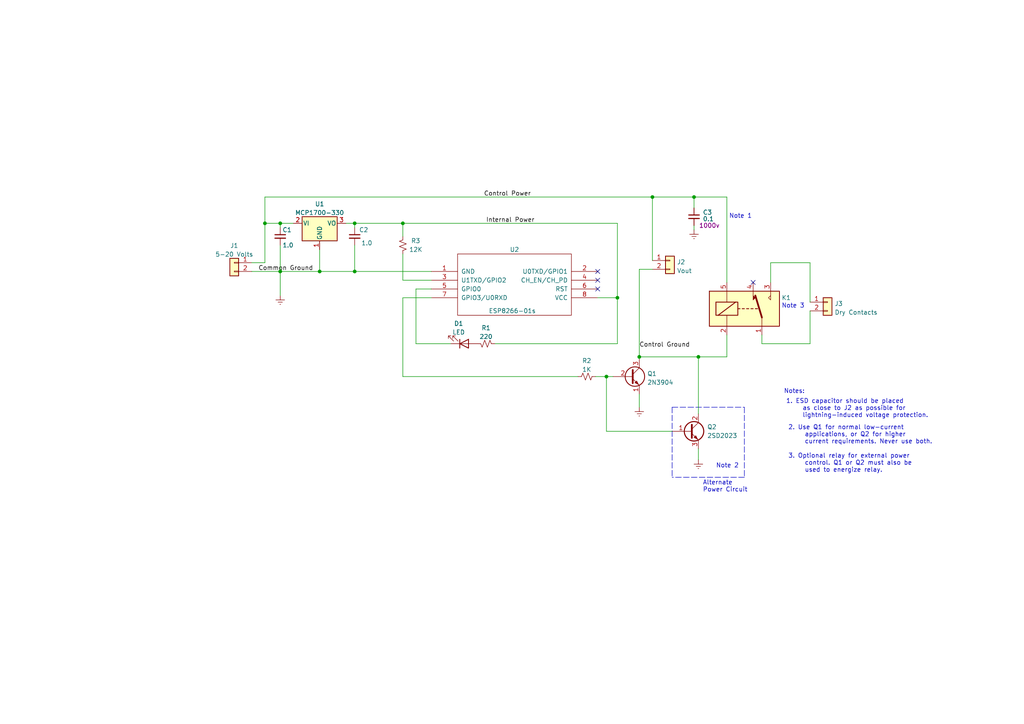
<source format=kicad_sch>
(kicad_sch (version 20211123) (generator eeschema)
  (paper "A4")
  (title_block (title "Run Time Limiter") (date "2023-08-16") (rev "3.0") (company "OmniTronics"))
  (lib_symbols
    (symbol "AZ7029ZTR-E1:2N3904" (pin_names (offset 0) hide)
      (property "Reference" "Q" (at 5.08 1.905 0))
      (property "Value" "2N3904" (at 5.08 0 0))
      (symbol "2N3904_0_1"
        (polyline (pts (xy 0.635 0.635) (xy 2.54 2.54)))
        (polyline (pts (xy 0.635 -0.635) (xy 2.54 -2.54) (xy 2.54 -2.54)))
        (polyline (pts (xy 0.635 1.905) (xy 0.635 -1.905) (xy 0.635 -1.905)) (stroke (width 0.508)))
        (polyline (pts (xy 1.27 -1.778) (xy 1.778 -1.27) (xy 2.286 -2.286) (xy 1.27 -1.778) (xy 1.27 -1.778)) (fill (type outline)))
        (circle (center 1.27 0) (radius 2.8194) (stroke (width 0.254)))
      )
      (symbol "2N3904_1_1"
        (pin passive line (at 2.54 -5.08 90) (length 2.54) (name "E") (number "1"))
        (pin passive line (at -5.08 0 0) (length 5.715) (name "B") (number "2"))
        (pin passive line (at 2.54 5.08 270) (length 2.54) (name "C") (number "3"))
      )
    )
    (symbol "Connector_TH_Headers:Conn_01x02" (pin_names (offset 1.016) hide)
      (property "Reference" "J" (at 0 2.54 0))
      (property "Value" "Conn_01x02" (at 0 -5.08 0))
      (symbol "Conn_01x02_1_1"
        (rectangle (start -1.27 -2.413) (end 0 -2.667) (stroke (width 0.1524)))
        (rectangle (start -1.27 0.127) (end 0 -0.127) (stroke (width 0.1524)))
        (rectangle (start -1.27 1.27) (end 1.27 -3.81) (stroke (width 0.254)) (fill (type background)))
        (pin passive line (at -5.08 0 0) (length 3.81) (name "Pin_1") (number "1"))
        (pin passive line (at -5.08 -2.54 0) (length 3.81) (name "Pin_2") (number "2"))
      )
    )
    (symbol "Device:C_Small" (pin_numbers hide) (pin_names (offset 0.254) hide)
      (property "Reference" "C" (at 0.254 1.778 0))
      (property "Value" "C_Small" (at 0.254 -2.032 0))
      (symbol "C_Small_0_1"
        (polyline (pts (xy -1.524 -0.508) (xy 1.524 -0.508)) (stroke (width 0.3302)))
        (polyline (pts (xy -1.524 0.508) (xy 1.524 0.508)) (stroke (width 0.3048)))
      )
      (symbol "C_Small_1_1"
        (pin passive line (at 0 2.54 270) (length 2.032) (name "~") (number "1"))
        (pin passive line (at 0 -2.54 90) (length 2.032) (name "~") (number "2"))
      )
    )
    (symbol "Device:LED" (pin_numbers hide) (pin_names (offset 1.016) hide)
      (property "Reference" "D" (at 0 2.54 0))
      (property "Value" "LED" (at 0 -2.54 0))
      (symbol "LED_0_1"
        (polyline (pts (xy -1.27 -1.27) (xy -1.27 1.27)) (stroke (width 0.254)))
        (polyline (pts (xy -1.27 0) (xy 1.27 0)))
        (polyline (pts (xy 1.27 -1.27) (xy 1.27 1.27) (xy -1.27 0) (xy 1.27 -1.27)) (stroke (width 0.254)))
        (polyline (pts (xy -3.048 -0.762) (xy -4.572 -2.286) (xy -3.81 -2.286) (xy -4.572 -2.286) (xy -4.572 -1.524)))
        (polyline (pts (xy -1.778 -0.762) (xy -3.302 -2.286) (xy -2.54 -2.286) (xy -3.302 -2.286) (xy -3.302 -1.524)))
      )
      (symbol "LED_1_1"
        (pin passive line (at -3.81 0 0) (length 2.54) (name "K") (number "1"))
        (pin passive line (at 3.81 0 180) (length 2.54) (name "A") (number "2"))
      )
    )
    (symbol "Device:R_Small_US" (pin_numbers hide) (pin_names (offset 0.254) hide)
      (property "Reference" "R" (at 0.762 0.508 0))
      (property "Value" "R_Small_US" (at 0.762 -1.016 0))
      (symbol "R_Small_US_1_1"
        (polyline (pts (xy 0 0) (xy 1.016 -0.381) (xy 0 -0.762) (xy -1.016 -1.143) (xy 0 -1.524)))
        (polyline (pts (xy 0 1.524) (xy 1.016 1.143) (xy 0 0.762) (xy -1.016 0.381) (xy 0 0)))
        (pin passive line (at 0 2.54 270) (length 1.016) (name "~") (number "1"))
        (pin passive line (at 0 -2.54 90) (length 1.016) (name "~") (number "2"))
      )
    )
    (symbol "ESP8266:ESP8266-01s" (pin_names (offset 1.016))
      (property "Reference" "U" (at -1.905 7.62 0))
      (property "Value" "ESP8266-01s" (at 0 -6.985 0))
      (symbol "ESP8266-01s_1_0"
        (rectangle (start -16.51 -8.89) (end 16.51 8.89))
      )
      (symbol "ESP8266-01s_1_1"
        (pin power_in line (at -24.13 3.81 0) (length 7.62) (name "GND") (number "1"))
        (pin bidirectional line (at 24.13 3.81 180) (length 7.62) (name "U0TXD/GPIO1") (number "2"))
        (pin bidirectional line (at -24.13 1.27 0) (length 7.62) (name "U1TXD/GPIO2") (number "3"))
        (pin input line (at 24.13 1.27 180) (length 7.62) (name "CH_EN/CH_PD") (number "4"))
        (pin bidirectional line (at -24.13 -1.27 0) (length 7.62) (name "GPIO0") (number "5"))
        (pin input line (at 24.13 -1.27 180) (length 7.62) (name "RST") (number "6"))
        (pin bidirectional line (at -24.13 -3.81 0) (length 7.62) (name "GPIO3/U0RXD") (number "7"))
        (pin power_in line (at 24.13 -3.81 180) (length 7.62) (name "VCC") (number "8"))
      )
    )
    (symbol "Regulator_Linear:MCP1700x-330xxTO" (pin_names (offset 0.254))
      (property "Reference" "U" (at -3.81 -3.175 0))
      (property "Value" "MCP1700x-330xxTO" (at 0 -3.175 0))
      (symbol "MCP1700x-330xxTO_0_1"
        (rectangle (start -5.08 5.08) (end 5.08 -1.905) (stroke (width 0.254)) (fill (type background)))
      )
      (symbol "MCP1700x-330xxTO_1_1"
        (pin power_in line (at 0 7.62 270) (length 2.54) (name "GND") (number "1"))
        (pin power_in line (at -7.62 0 0) (length 2.54) (name "VI") (number "2"))
        (pin power_out line (at 7.62 0 180) (length 2.54) (name "VO") (number "3"))
      )
    )
    (symbol "Relay:SANYOU_SRD_Form_C"
      (property "Reference" "K" (at 11.43 3.81 0))
      (property "Value" "SANYOU_SRD_Form_C" (at 11.43 1.27 0))
      (symbol "SANYOU_SRD_Form_C_0_0"
        (polyline (pts (xy 7.62 5.08) (xy 7.62 2.54) (xy 6.985 3.175) (xy 7.62 3.81)))
      )
      (symbol "SANYOU_SRD_Form_C_0_1"
        (rectangle (start -10.16 5.08) (end 10.16 -5.08) (stroke (width 0.254)) (fill (type background)))
        (rectangle (start -8.255 1.905) (end -1.905 -1.905) (stroke (width 0.254)))
        (polyline (pts (xy -7.62 -1.905) (xy -2.54 1.905)) (stroke (width 0.254)))
        (polyline (pts (xy -5.08 -5.08) (xy -5.08 -1.905)))
        (polyline (pts (xy -5.08 5.08) (xy -5.08 1.905)))
        (polyline (pts (xy -1.905 0) (xy -1.27 0)) (stroke (width 0.254)))
        (polyline (pts (xy -0.635 0) (xy 0 0)) (stroke (width 0.254)))
        (polyline (pts (xy 0.635 0) (xy 1.27 0)) (stroke (width 0.254)))
        (polyline (pts (xy 1.905 0) (xy 2.54 0)) (stroke (width 0.254)))
        (polyline (pts (xy 3.175 0) (xy 3.81 0)) (stroke (width 0.254)))
        (polyline (pts (xy 5.08 -2.54) (xy 3.175 3.81)) (stroke (width 0.508)))
        (polyline (pts (xy 5.08 -2.54) (xy 5.08 -5.08)))
      )
      (symbol "SANYOU_SRD_Form_C_1_1"
        (polyline (pts (xy 2.54 3.81) (xy 3.175 3.175) (xy 2.54 2.54) (xy 2.54 5.08)) (fill (type outline)))
        (pin passive line (at 5.08 -7.62 90) (length 2.54) (name "~") (number "1"))
        (pin passive line (at -5.08 -7.62 90) (length 2.54) (name "~") (number "2"))
        (pin passive line (at 7.62 7.62 270) (length 2.54) (name "~") (number "3"))
        (pin passive line (at 2.54 7.62 270) (length 2.54) (name "~") (number "4"))
        (pin passive line (at -5.08 7.62 270) (length 2.54) (name "~") (number "5"))
      )
    )
    (symbol "Transistor_BJT:2SC1945" (pin_names (offset 0) hide)
      (property "Reference" "Q1(alt)" (at 5.08 1.27 0))
      (property "Value" "2SD2023" (at 5.08 -1.27 0))
      (symbol "2SC1945_0_1"
        (polyline (pts (xy 0 0) (xy 0.635 0)))
        (polyline (pts (xy 2.54 2.54) (xy 0.635 0.635)))
        (polyline (pts (xy 0.635 1.905) (xy 0.635 -1.905) (xy 0.635 -1.905)) (stroke (width 0.508)))
        (polyline (pts (xy 2.286 -2.286) (xy 1.778 -1.778) (xy 1.778 -1.778)))
        (polyline (pts (xy 2.54 -2.54) (xy 0.635 -0.635) (xy 1.27 -1.27)) (fill (type outline)))
        (polyline (pts (xy 1.27 -1.778) (xy 1.778 -1.27) (xy 2.286 -2.286) (xy 1.27 -1.778) (xy 1.27 -1.778)) (fill (type outline)))
        (circle (center 1.27 0) (radius 2.8194) (stroke (width 0.3048)))
      )
      (symbol "2SC1945_1_1"
        (pin input line (at -5.08 0 0) (length 5.08) (name "B") (number "1"))
        (pin passive line (at 2.54 5.08 270) (length 2.54) (name "C") (number "2"))
        (pin passive line (at 2.54 -5.08 90) (length 2.54) (name "E") (number "3"))
      )
    )
    (symbol "power:GNDREF" (power) (pin_names (offset 0))
      (property "Value" "GNDREF" (at 0 -3.81 0))
      (symbol "GNDREF_0_1"
        (polyline (pts (xy -0.635 -1.905) (xy 0.635 -1.905)))
        (polyline (pts (xy -0.127 -2.54) (xy 0.127 -2.54)))
        (polyline (pts (xy 0 -1.27) (xy 0 0)))
        (polyline (pts (xy 1.27 -1.27) (xy -1.27 -1.27)))
      )
      (symbol "GNDREF_1_1"
        (pin power_in line (at 0 0 270) (length 0) hide (name "GNDREF") (number "1"))
      )
    )
  )
  (junction (at 201.295 57.15))
  (junction (at 189.23 57.15))
  (junction (at 175.895 109.22))
  (junction (at 81.28 64.77))
  (junction (at 116.84 64.77))
  (junction (at 179.07 86.36))
  (junction (at 76.835 64.77))
  (junction (at 92.71 78.74))
  (junction (at 81.28 78.74))
  (junction (at 185.42 103.505))
  (junction (at 102.87 78.74))
  (junction (at 202.565 103.505))
  (junction (at 102.87 64.77))
  (no_connect (at 173.355 81.28))
  (no_connect (at 173.355 78.74))
  (no_connect (at 218.44 81.915))
  (no_connect (at 173.355 83.82))
  (wire (pts (xy 210.82 103.505) (xy 202.565 103.505)))
  (wire (pts (xy 210.82 97.155) (xy 210.82 103.505)))
  (wire (pts (xy 73.025 76.2) (xy 76.835 76.2)))
  (wire (pts (xy 194.945 125.095) (xy 175.895 125.095)))
  (wire (pts (xy 102.87 71.12) (xy 102.87 78.74)))
  (wire (pts (xy 76.835 64.77) (xy 81.28 64.77)))
  (wire (pts (xy 120.65 99.695) (xy 120.65 83.82)))
  (wire (pts (xy 130.81 99.695) (xy 120.65 99.695)))
  (wire (pts (xy 220.98 97.155) (xy 220.98 99.695)))
  (wire (pts (xy 102.87 64.77) (xy 102.87 66.04)))
  (wire (pts (xy 189.23 78.105) (xy 185.42 78.105)))
  (wire (pts (xy 185.42 103.505) (xy 185.42 104.14)))
  (wire (pts (xy 116.84 64.77) (xy 179.07 64.77)))
  (wire (pts (xy 210.82 57.15) (xy 201.295 57.15)))
  (wire (pts (xy 120.65 83.82) (xy 125.095 83.82)))
  (wire (pts (xy 125.095 81.28) (xy 116.84 81.28)))
  (polyline (pts (xy 194.945 118.11) (xy 215.9 118.11)))
  (wire (pts (xy 116.84 64.77) (xy 116.84 68.58)))
  (wire (pts (xy 81.28 71.12) (xy 81.28 78.74)))
  (wire (pts (xy 175.895 125.095) (xy 175.895 109.22)))
  (wire (pts (xy 175.895 109.22) (xy 177.8 109.22)))
  (wire (pts (xy 92.71 78.74) (xy 102.87 78.74)))
  (wire (pts (xy 210.82 81.915) (xy 210.82 57.15)))
  (wire (pts (xy 223.52 76.2) (xy 223.52 81.915)))
  (wire (pts (xy 202.565 120.015) (xy 202.565 103.505)))
  (wire (pts (xy 179.07 86.36) (xy 179.07 64.77)))
  (wire (pts (xy 234.95 99.695) (xy 234.95 90.17)))
  (wire (pts (xy 167.64 109.22) (xy 116.84 109.22)))
  (wire (pts (xy 116.84 109.22) (xy 116.84 86.36)))
  (polyline (pts (xy 194.945 118.11) (xy 194.945 138.43)))
  (wire (pts (xy 116.84 86.36) (xy 125.095 86.36)))
  (wire (pts (xy 202.565 103.505) (xy 185.42 103.505)))
  (wire (pts (xy 234.95 87.63) (xy 234.95 76.2)))
  (wire (pts (xy 76.835 57.15) (xy 76.835 64.77)))
  (wire (pts (xy 202.565 130.175) (xy 202.565 133.35)))
  (wire (pts (xy 143.51 99.695) (xy 179.07 99.695)))
  (wire (pts (xy 173.355 86.36) (xy 179.07 86.36)))
  (wire (pts (xy 92.71 72.39) (xy 92.71 78.74)))
  (wire (pts (xy 189.23 57.15) (xy 76.835 57.15)))
  (wire (pts (xy 81.28 78.74) (xy 92.71 78.74)))
  (wire (pts (xy 189.23 75.565) (xy 189.23 57.15)))
  (wire (pts (xy 76.835 76.2) (xy 76.835 64.77)))
  (wire (pts (xy 185.42 78.105) (xy 185.42 103.505)))
  (polyline (pts (xy 215.9 118.11) (xy 215.9 138.43)))
  (wire (pts (xy 73.025 78.74) (xy 81.28 78.74)))
  (wire (pts (xy 201.295 65.405) (xy 201.295 66.675)))
  (wire (pts (xy 100.33 64.77) (xy 102.87 64.77)))
  (wire (pts (xy 81.28 64.77) (xy 85.09 64.77)))
  (wire (pts (xy 102.87 78.74) (xy 125.095 78.74)))
  (wire (pts (xy 81.28 78.74) (xy 81.28 85.725)))
  (wire (pts (xy 220.98 99.695) (xy 234.95 99.695)))
  (wire (pts (xy 102.87 64.77) (xy 116.84 64.77)))
  (wire (pts (xy 201.295 57.15) (xy 189.23 57.15)))
  (wire (pts (xy 201.295 57.15) (xy 201.295 60.325)))
  (wire (pts (xy 81.28 64.77) (xy 81.28 66.04)))
  (wire (pts (xy 172.72 109.22) (xy 175.895 109.22)))
  (wire (pts (xy 116.84 81.28) (xy 116.84 73.66)))
  (wire (pts (xy 179.07 99.695) (xy 179.07 86.36)))
  (wire (pts (xy 234.95 76.2) (xy 223.52 76.2)))
  (polyline (pts (xy 215.9 138.43) (xy 194.945 138.43)))
  (wire (pts (xy 185.42 114.3) (xy 185.42 118.11)))
  (text "Note 3" (at 226.695 89.535 0) (effects (font (size 1.27 1.27)) (justify left bottom)))
  (text "Notes:" (at 227.33 114.3 0) (effects (font (size 1.27 1.27)) (justify left bottom)))
  (text "3. Optional relay for external power \n	control. Q1 or Q2 must also be \n	used to energize relay." (at 228.6 137.16 0) (effects (font (size 1.27 1.27)) (justify left bottom)))
  (text "1. ESD capacitor should be placed\n	as close to J2 as possible for\n	lightning-induced voltage protection." (at 227.965 121.285 0) (effects (font (size 1.27 1.27)) (justify left bottom)))
  (text "Alternate\nPower Circuit" (at 203.835 142.875 0) (effects (font (size 1.27 1.27)) (justify left bottom)))
  (text "Note 1" (at 211.455 63.5 0) (effects (font (size 1.27 1.27)) (justify left bottom)))
  (text "Note 2" (at 207.645 135.89 0) (effects (font (size 1.27 1.27)) (justify left bottom)))
  (text "2. Use Q1 for normal low-current \n	applications, or Q2 for higher\n	current requirements. Never use both." (at 228.6 128.905 0) (effects (font (size 1.27 1.27)) (justify left bottom)))
  (label "Control Ground" (at 185.42 100.965 0))
  (label "Common Ground" (at 74.93 78.74 0))
  (label "Internal Power" (at 140.97 64.77 0))
  (label "Control Power" (at 140.335 57.15 0))
  (symbol (lib_id "AZ7029ZTR-E1:2N3904") (at 182.88 109.22 0) (unit 1)
    (property "Reference" "Q1" (at 187.7314 108.3853 0) (effects (justify left)))
    (property "Value" "2N3904" (at 187.7314 110.9222 0) (effects (justify left)))
    (property "Footprint" "Package_TO_SOT_THT:TO-92_Inline" (effects hide))
    (property "Datasheet" "https://www.onsemi.com/pub/Collateral/2N3903-D.PDF" (effects hide))
  )
  (symbol (lib_id "power:GNDREF") (at 81.28 85.725 0) (unit 1)
    (property "Reference" "#PWR0101" (effects hide))
    (property "Value" "GNDREF" (effects hide))
  )
  (symbol (lib_id "Regulator_Linear:MCP1700x-330xxTO") (at 92.71 64.77 0) (mirror x) (unit 1)
    (property "Reference" "U1" (at 92.71 59.1652 0))
    (property "Value" "MCP1700-330" (at 92.71 61.7021 0))
    (property "Footprint" "Package_TO_SOT_THT:TO-92_Inline" (effects hide))
    (property "Datasheet" "http://ww1.microchip.com/downloads/en/DeviceDoc/20001826D.pdf" (effects hide))
  )
  (symbol (lib_id "Device:R_Small_US") (at 140.97 99.695 90) (mirror x) (unit 1)
    (property "Reference" "R1" (at 140.97 95.1062 90))
    (property "Value" "220" (at 140.97 97.6431 90))
    (property "Footprint" "Resistor_THT:R_Axial_DIN0207_L6.3mm_D2.5mm_P10.16mm_Horizontal" (effects hide))
  )
  (symbol (lib_id "Connector_TH_Headers:Conn_01x02") (at 194.31 75.565 0) (unit 1)
    (property "Reference" "J2" (at 196.342 76.0003 0) (effects (justify left)))
    (property "Value" "Vout" (at 196.342 78.5372 0) (effects (justify left)))
    (property "Footprint" "Connector_PinHeader_2.54mm:PinHeader_1x02_P2.54mm_Vertical" (effects hide))
  )
  (symbol (lib_id "power:GNDREF") (at 202.565 133.35 0) (unit 1)
    (property "Reference" "#PWR0103" (effects hide))
    (property "Value" "GNDREF" (effects hide))
  )
  (symbol (lib_id "power:GNDREF") (at 185.42 118.11 0) (unit 1)
    (property "Reference" "#PWR0102" (effects hide))
    (property "Value" "GNDREF" (effects hide))
  )
  (symbol (lib_id "power:GNDREF") (at 201.295 66.675 0) (unit 1)
    (property "Reference" "#PWR0104" (effects hide))
    (property "Value" "GNDREF" (effects hide))
  )
  (symbol (lib_id "Device:C_Small") (at 102.87 68.58 0) (unit 1)
    (property "Reference" "C2" (at 104.14 66.675 0) (effects (justify left)))
    (property "Value" "1.0" (at 104.775 70.485 0) (effects (justify left)))
    (property "Footprint" "Ferrite_THT:LairdTech_28C0236-0JW-10" (effects hide))
  )
  (symbol (lib_id "Relay:SANYOU_SRD_Form_C") (at 215.9 89.535 0) (unit 1)
    (property "Reference" "K1" (at 226.695 86.36 0) (effects (justify left)))
    (property "Value" "Relay" (effects hide))
    (property "Footprint" "Relay_THT:Relay_SPDT_SANYOU_SRD_Series_Form_C" (effects hide))
    (property "Datasheet" "http://www.sanyourelay.ca/public/products/pdf/SRD.pdf" (effects hide))
  )
  (symbol (lib_id "Device:LED") (at 134.62 99.695 0) (mirror x) (unit 1)
    (property "Reference" "D1" (at 133.0325 93.8362 0))
    (property "Value" "LED" (at 133.0325 96.3731 0))
    (property "Footprint" "LED_THT:LED_D5.0mm" (effects hide))
  )
  (symbol (lib_id "Connector_TH_Headers:Conn_01x02") (at 240.03 87.63 0) (unit 1)
    (property "Reference" "J3" (at 242.062 88.0653 0) (effects (justify left)))
    (property "Value" "Dry Contacts" (at 242.062 90.6022 0) (effects (justify left)))
    (property "Footprint" "Connector_PinHeader_2.54mm:PinHeader_1x02_P2.54mm_Vertical" (effects hide))
  )
  (symbol (lib_id "Device:C_Small") (at 201.295 62.865 0) (unit 1)
    (property "Reference" "C3" (at 203.835 61.595 0) (effects (justify left)))
    (property "Value" "0.1" (at 203.835 63.5 0) (effects (justify left)))
    (property "Footprint" "Capacitor_THT:C_Disc_D10.5mm_W5.0mm_P10.00mm" (effects hide))
    (property "Rating" "1000v" (at 205.74 65.405 0))
  )
  (symbol (lib_id "Transistor_BJT:2SC1945") (at 200.025 125.095 0) (unit 1)
    (property "Reference" "Q2" (at 205.105 123.825 0) (effects (justify left)))
    (property "Value" "2SD2023" (at 205.105 126.365 0) (effects (justify left)))
    (property "Footprint" "Package_TO_SOT_THT:TO-220-3_Vertical" (effects hide))
    (property "Datasheet" "https://pdf1.alldatasheet.com/datasheet-pdf/view/271672/SAVANTIC/2SD2023.html" (effects hide))
  )
  (symbol (lib_id "Connector_TH_Headers:Conn_01x02") (at 67.945 76.2 0) (mirror y) (unit 1)
    (property "Reference" "J1" (at 67.945 71.2302 0))
    (property "Value" "5-20 Volts" (at 67.945 73.7671 0))
    (property "Footprint" "Connector_PinHeader_2.54mm:PinHeader_1x02_P2.54mm_Vertical" (effects hide))
  )
  (symbol (lib_id "Device:R_Small_US") (at 170.18 109.22 270) (unit 1)
    (property "Reference" "R2" (at 170.18 104.6312 90))
    (property "Value" "1K" (at 170.18 107.1681 90))
    (property "Footprint" "Resistor_THT:R_Axial_DIN0207_L6.3mm_D2.5mm_P10.16mm_Horizontal" (effects hide))
  )
  (symbol (lib_id "Device:C_Small") (at 81.28 68.58 0) (unit 1)
    (property "Reference" "C1" (at 81.915 66.675 0) (effects (justify left)))
    (property "Value" "1.0" (at 81.915 71.12 0) (effects (justify left)))
    (property "Footprint" "Ferrite_THT:LairdTech_28C0236-0JW-10" (effects hide))
  )
  (symbol (lib_id "Device:R_Small_US") (at 116.84 71.12 0) (mirror x) (unit 1)
    (property "Reference" "R3" (at 121.92 69.85 0) (effects (justify right)))
    (property "Value" "12K" (at 122.555 72.39 0) (effects (justify right)))
    (property "Footprint" "Resistor_THT:R_Axial_DIN0207_L6.3mm_D2.5mm_P10.16mm_Horizontal" (effects hide))
  )
  (symbol (lib_id "ESP8266:ESP8266-01s") (at 149.225 82.55 0) (unit 1)
    (property "Reference" "U2" (at 149.225 72.39 0))
    (property "Value" "ESP8266-01s" (at 148.59 90.17 0))
    (property "Footprint" "ESP8266:ESP8266-01s" (effects hide))
    (property "Datasheet" "https://www.universal-solder.ca/downloads/esp8266_series_modules_user_manual_en.pdf" (effects hide))
  )
)
</source>
